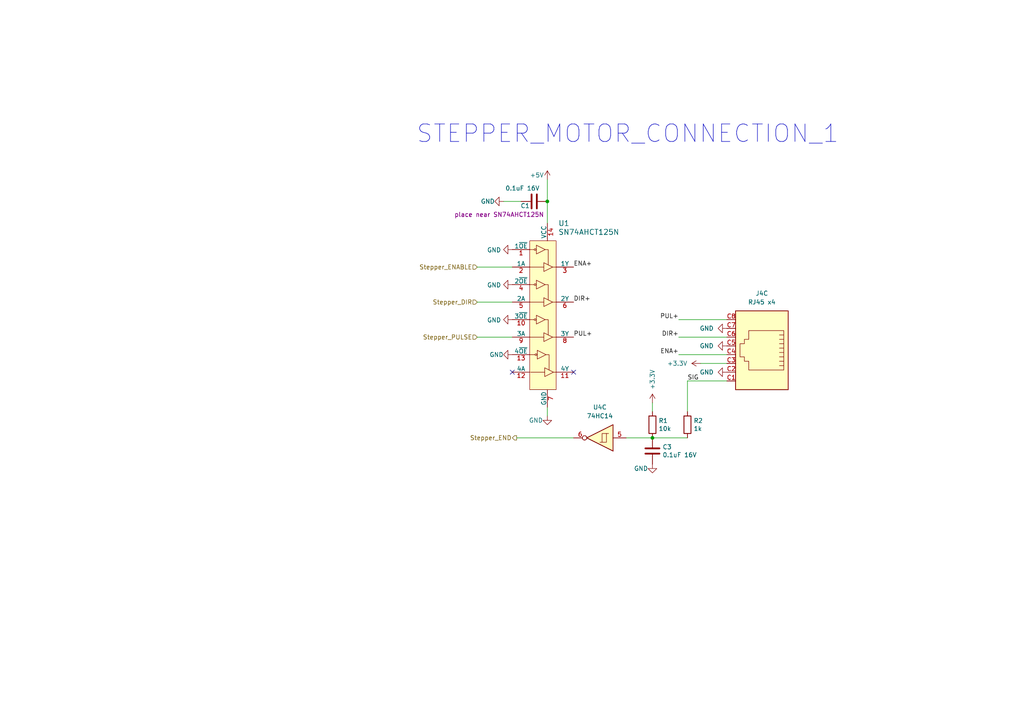
<source format=kicad_sch>
(kicad_sch (version 20230121) (generator eeschema)
  (paper "A4")
  (lib_symbols
    (symbol "74xx:74HC14" (pin_names (offset 1.016))
      (property "Reference" "U" (at 0 1.27 0))
      (property "Value" "74HC14" (at 0 -1.27 0))
      (symbol "74HC14_1_0"
        (polyline (pts (xy -3.81 3.81) (xy -3.81 -3.81) (xy 3.81 0) (xy -3.81 3.81)) (stroke (width 0.254)) (fill (type background)))
        (pin input line (at -7.62 0 0) (length 3.81) (name "~") (number "1"))
        (pin output inverted (at 7.62 0 180) (length 3.81) (name "~") (number "2"))
      )
      (symbol "74HC14_1_1"
        (polyline (pts (xy -1.905 -1.27) (xy -1.905 1.27) (xy -0.635 1.27)))
        (polyline (pts (xy -2.54 -1.27) (xy -0.635 -1.27) (xy -0.635 1.27) (xy 0 1.27)))
      )
      (symbol "74HC14_2_0"
        (polyline (pts (xy -3.81 3.81) (xy -3.81 -3.81) (xy 3.81 0) (xy -3.81 3.81)) (stroke (width 0.254)) (fill (type background)))
        (pin input line (at -7.62 0 0) (length 3.81) (name "~") (number "3"))
        (pin output inverted (at 7.62 0 180) (length 3.81) (name "~") (number "4"))
      )
      (symbol "74HC14_2_1"
        (polyline (pts (xy -1.905 -1.27) (xy -1.905 1.27) (xy -0.635 1.27)))
        (polyline (pts (xy -2.54 -1.27) (xy -0.635 -1.27) (xy -0.635 1.27) (xy 0 1.27)))
      )
      (symbol "74HC14_3_0"
        (polyline (pts (xy -3.81 3.81) (xy -3.81 -3.81) (xy 3.81 0) (xy -3.81 3.81)) (stroke (width 0.254)) (fill (type background)))
        (pin input line (at -7.62 0 0) (length 3.81) (name "~") (number "5"))
        (pin output inverted (at 7.62 0 180) (length 3.81) (name "~") (number "6"))
      )
      (symbol "74HC14_3_1"
        (polyline (pts (xy -1.905 -1.27) (xy -1.905 1.27) (xy -0.635 1.27)))
        (polyline (pts (xy -2.54 -1.27) (xy -0.635 -1.27) (xy -0.635 1.27) (xy 0 1.27)))
      )
      (symbol "74HC14_4_0"
        (polyline (pts (xy -3.81 3.81) (xy -3.81 -3.81) (xy 3.81 0) (xy -3.81 3.81)) (stroke (width 0.254)) (fill (type background)))
        (pin output inverted (at 7.62 0 180) (length 3.81) (name "~") (number "8"))
        (pin input line (at -7.62 0 0) (length 3.81) (name "~") (number "9"))
      )
      (symbol "74HC14_4_1"
        (polyline (pts (xy -1.905 -1.27) (xy -1.905 1.27) (xy -0.635 1.27)))
        (polyline (pts (xy -2.54 -1.27) (xy -0.635 -1.27) (xy -0.635 1.27) (xy 0 1.27)))
      )
      (symbol "74HC14_5_0"
        (polyline (pts (xy -3.81 3.81) (xy -3.81 -3.81) (xy 3.81 0) (xy -3.81 3.81)) (stroke (width 0.254)) (fill (type background)))
        (pin output inverted (at 7.62 0 180) (length 3.81) (name "~") (number "10"))
        (pin input line (at -7.62 0 0) (length 3.81) (name "~") (number "11"))
      )
      (symbol "74HC14_5_1"
        (polyline (pts (xy -1.905 -1.27) (xy -1.905 1.27) (xy -0.635 1.27)))
        (polyline (pts (xy -2.54 -1.27) (xy -0.635 -1.27) (xy -0.635 1.27) (xy 0 1.27)))
      )
      (symbol "74HC14_6_0"
        (polyline (pts (xy -3.81 3.81) (xy -3.81 -3.81) (xy 3.81 0) (xy -3.81 3.81)) (stroke (width 0.254)) (fill (type background)))
        (pin output inverted (at 7.62 0 180) (length 3.81) (name "~") (number "12"))
        (pin input line (at -7.62 0 0) (length 3.81) (name "~") (number "13"))
      )
      (symbol "74HC14_6_1"
        (polyline (pts (xy -1.905 -1.27) (xy -1.905 1.27) (xy -0.635 1.27)))
        (polyline (pts (xy -2.54 -1.27) (xy -0.635 -1.27) (xy -0.635 1.27) (xy 0 1.27)))
      )
      (symbol "74HC14_7_0"
        (pin power_in line (at 0 12.7 270) (length 5.08) (name "VCC") (number "14"))
        (pin power_in line (at 0 -12.7 90) (length 5.08) (name "GND") (number "7"))
      )
      (symbol "74HC14_7_1"
        (rectangle (start -5.08 7.62) (end 5.08 -7.62) (stroke (width 0.254)) (fill (type background)))
      )
    )
    (symbol "Device:C" (pin_numbers hide) (pin_names (offset 0.254))
      (property "Reference" "C" (at 0.635 2.54 0))
      (property "Value" "C" (at 0.635 -2.54 0))
      (symbol "C_0_1"
        (polyline (pts (xy -2.032 -0.762) (xy 2.032 -0.762)) (stroke (width 0.508)))
        (polyline (pts (xy -2.032 0.762) (xy 2.032 0.762)) (stroke (width 0.508)))
      )
      (symbol "C_1_1"
        (pin passive line (at 0 3.81 270) (length 2.794) (name "~") (number "1"))
        (pin passive line (at 0 -3.81 90) (length 2.794) (name "~") (number "2"))
      )
    )
    (symbol "Device:R" (pin_numbers hide) (pin_names (offset 0))
      (property "Reference" "R" (at 2.032 0 90))
      (property "Value" "R" (at 0 0 90))
      (symbol "R_0_1"
        (rectangle (start -1.016 -2.54) (end 1.016 2.54) (stroke (width 0.254)))
      )
      (symbol "R_1_1"
        (pin passive line (at 0 3.81 270) (length 1.27) (name "~") (number "1"))
        (pin passive line (at 0 -3.81 90) (length 1.27) (name "~") (number "2"))
      )
    )
    (symbol "clockdiv:RJ45_x4"
      (property "Reference" "J1" (at -16.51 1.27 0))
      (property "Value" "RJ45 x4" (at -16.51 -1.27 0))
      (symbol "RJ45_x4_0_1"
        (polyline (pts (xy -12.7 3.175) (xy -13.97 3.175)))
        (polyline (pts (xy -12.7 4.445) (xy -13.97 4.445)))
        (polyline (pts (xy -13.97 -4.445) (xy -12.7 -4.445) (xy -12.7 -4.445)))
        (polyline (pts (xy -13.97 -3.175) (xy -12.7 -3.175) (xy -12.7 -3.175)))
        (polyline (pts (xy -13.97 -1.905) (xy -12.7 -1.905) (xy -12.7 -1.905)))
        (polyline (pts (xy -13.97 -0.635) (xy -12.7 -0.635) (xy -12.7 -0.635)))
        (polyline (pts (xy -13.97 0.635) (xy -12.7 0.635) (xy -12.7 0.635)))
        (polyline (pts (xy -12.7 1.905) (xy -13.97 1.905) (xy -13.97 1.905)))
        (polyline (pts (xy -13.97 -5.715) (xy -13.97 5.715) (xy -3.81 5.715) (xy -3.81 3.175) (xy -2.54 3.175) (xy -2.54 1.905) (xy -1.27 1.905) (xy -1.27 -1.905) (xy -2.54 -1.905) (xy -2.54 -3.175) (xy -3.81 -3.175) (xy -3.81 -5.715) (xy -13.97 -5.715) (xy -13.97 -5.715)))
        (rectangle (start 0 11.43) (end -15.24 -11.43) (stroke (width 0.254)) (fill (type background)))
      )
      (symbol "RJ45_x4_1_1"
        (pin passive line (at 2.54 -8.89 180) (length 2.54) (name "~") (number "A1"))
        (pin passive line (at 2.54 -6.35 180) (length 2.54) (name "~") (number "A2"))
        (pin passive line (at 2.54 -3.81 180) (length 2.54) (name "~") (number "A3"))
        (pin passive line (at 2.54 -1.27 180) (length 2.54) (name "~") (number "A4"))
        (pin passive line (at 2.54 1.27 180) (length 2.54) (name "~") (number "A5"))
        (pin passive line (at 2.54 3.81 180) (length 2.54) (name "~") (number "A6"))
        (pin passive line (at 2.54 6.35 180) (length 2.54) (name "~") (number "A7"))
        (pin passive line (at 2.54 8.89 180) (length 2.54) (name "~") (number "A8"))
        (pin input line (at -17.78 -8.89 0) (length 2.54) (name "GND") (number "GND"))
      )
      (symbol "RJ45_x4_2_1"
        (pin passive line (at 2.54 -8.89 180) (length 2.54) (name "~") (number "B1"))
        (pin passive line (at 2.54 -6.35 180) (length 2.54) (name "~") (number "B2"))
        (pin passive line (at 2.54 -3.81 180) (length 2.54) (name "~") (number "B3"))
        (pin passive line (at 2.54 -1.27 180) (length 2.54) (name "~") (number "B4"))
        (pin passive line (at 2.54 1.27 180) (length 2.54) (name "~") (number "B5"))
        (pin passive line (at 2.54 3.81 180) (length 2.54) (name "~") (number "B6"))
        (pin passive line (at 2.54 6.35 180) (length 2.54) (name "~") (number "B7"))
        (pin passive line (at 2.54 8.89 180) (length 2.54) (name "~") (number "B8"))
      )
      (symbol "RJ45_x4_3_1"
        (pin passive line (at 2.54 -8.89 180) (length 2.54) (name "~") (number "C1"))
        (pin passive line (at 2.54 -6.35 180) (length 2.54) (name "~") (number "C2"))
        (pin passive line (at 2.54 -3.81 180) (length 2.54) (name "~") (number "C3"))
        (pin passive line (at 2.54 -1.27 180) (length 2.54) (name "~") (number "C4"))
        (pin passive line (at 2.54 1.27 180) (length 2.54) (name "~") (number "C5"))
        (pin passive line (at 2.54 3.81 180) (length 2.54) (name "~") (number "C6"))
        (pin passive line (at 2.54 6.35 180) (length 2.54) (name "~") (number "C7"))
        (pin passive line (at 2.54 8.89 180) (length 2.54) (name "~") (number "C8"))
      )
      (symbol "RJ45_x4_4_1"
        (pin passive line (at 2.54 -8.89 180) (length 2.54) (name "~") (number "D1"))
        (pin passive line (at 2.54 -6.35 180) (length 2.54) (name "~") (number "D2"))
        (pin passive line (at 2.54 -3.81 180) (length 2.54) (name "~") (number "D3"))
        (pin passive line (at 2.54 -1.27 180) (length 2.54) (name "~") (number "D4"))
        (pin passive line (at 2.54 1.27 180) (length 2.54) (name "~") (number "D5"))
        (pin passive line (at 2.54 3.81 180) (length 2.54) (name "~") (number "D6"))
        (pin passive line (at 2.54 6.35 180) (length 2.54) (name "~") (number "D7"))
        (pin passive line (at 2.54 8.89 180) (length 2.54) (name "~") (number "D8"))
      )
    )
    (symbol "dk_Logic-Buffers-Drivers-Receivers-Transceivers:SN74AHCT125N" (pin_names (offset 0))
      (property "Reference" "U" (at -2.54 13.97 0))
      (property "Value" "SN74AHCT125N" (at 1.905 -31.75 0))
      (symbol "SN74AHCT125N_0_1"
        (rectangle (start -5.08 12.7) (end 2.54 -30.48) (fill (type background)))
        (circle (center -3.556 -10.16) (radius 0.254))
        (circle (center -3.556 0) (radius 0.254))
        (circle (center -3.556 10.16) (radius 0.254))
        (circle (center -3.302 -20.32) (radius 0.254))
        (polyline (pts (xy -3.81 -10.16) (xy -5.207 -10.16)))
        (polyline (pts (xy -3.81 0) (xy -5.207 0)))
        (polyline (pts (xy -3.81 10.16) (xy -5.207 10.16)))
        (polyline (pts (xy -3.556 -20.32) (xy -4.953 -20.32)))
        (polyline (pts (xy -1.016 -15.24) (xy -5.08 -15.24)))
        (polyline (pts (xy -1.016 -5.08) (xy -5.08 -5.08)))
        (polyline (pts (xy -1.016 5.08) (xy -5.08 5.08)))
        (polyline (pts (xy -0.762 -25.4) (xy -4.826 -25.4)))
        (polyline (pts (xy 1.397 -15.24) (xy 2.413 -15.24)))
        (polyline (pts (xy 1.397 -5.08) (xy 2.413 -5.08)))
        (polyline (pts (xy 1.397 5.08) (xy 2.413 5.08)))
        (polyline (pts (xy 1.651 -25.4) (xy 2.667 -25.4)))
        (polyline (pts (xy 0.254 -14.605) (xy 0.254 -10.16) (xy -0.635 -10.16)))
        (polyline (pts (xy 0.254 -4.445) (xy 0.254 0) (xy -0.635 0)))
        (polyline (pts (xy 0.254 5.715) (xy 0.254 10.16) (xy -0.635 10.16)))
        (polyline (pts (xy 0.508 -24.765) (xy 0.508 -20.32) (xy -0.381 -20.32)))
        (polyline (pts (xy -3.175 -8.89) (xy -3.175 -10.16) (xy -3.175 -11.43) (xy -0.635 -10.16) (xy -3.175 -8.89)))
        (polyline (pts (xy -3.175 1.27) (xy -3.175 0) (xy -3.175 -1.27) (xy -0.635 0) (xy -3.175 1.27)))
        (polyline (pts (xy -3.175 11.43) (xy -3.175 10.16) (xy -3.175 8.89) (xy -0.635 10.16) (xy -3.175 11.43)))
        (polyline (pts (xy -2.921 -19.05) (xy -2.921 -20.32) (xy -2.921 -21.59) (xy -0.381 -20.32) (xy -2.921 -19.05)))
        (polyline (pts (xy -1.016 -13.97) (xy -1.016 -15.24) (xy -1.016 -16.51) (xy 1.524 -15.24) (xy -1.016 -13.97)))
        (polyline (pts (xy -1.016 -3.81) (xy -1.016 -5.08) (xy -1.016 -6.35) (xy 1.524 -5.08) (xy -1.016 -3.81)))
        (polyline (pts (xy -1.016 6.35) (xy -1.016 5.08) (xy -1.016 3.81) (xy 1.524 5.08) (xy -1.016 6.35)))
        (polyline (pts (xy -0.762 -24.13) (xy -0.762 -25.4) (xy -0.762 -26.67) (xy 1.778 -25.4) (xy -0.762 -24.13)))
      )
      (symbol "SN74AHCT125N_1_1"
        (pin input line (at -10.16 10.16 0) (length 5.08) (name "1~{OE}") (number "1"))
        (pin input line (at -10.16 -10.16 0) (length 5.08) (name "3~{OE}") (number "10"))
        (pin output line (at 7.62 -25.4 180) (length 5.08) (name "4Y") (number "11"))
        (pin input line (at -10.16 -25.4 0) (length 5.08) (name "4A") (number "12"))
        (pin input line (at -10.16 -20.32 0) (length 5.08) (name "4~{OE}") (number "13"))
        (pin power_in line (at 0 17.78 270) (length 5.08) (name "VCC") (number "14"))
        (pin input line (at -10.16 5.08 0) (length 5.08) (name "1A") (number "2"))
        (pin output line (at 7.62 5.08 180) (length 5.08) (name "1Y") (number "3"))
        (pin input line (at -10.16 0 0) (length 5.08) (name "2~{OE}") (number "4"))
        (pin input line (at -10.16 -5.08 0) (length 5.08) (name "2A") (number "5"))
        (pin output line (at 7.62 -5.08 180) (length 5.08) (name "2Y") (number "6"))
        (pin power_in line (at 0 -35.56 90) (length 5.08) (name "GND") (number "7"))
        (pin output line (at 7.62 -15.24 180) (length 5.08) (name "3Y") (number "8"))
        (pin input line (at -10.16 -15.24 0) (length 5.08) (name "3A") (number "9"))
      )
    )
    (symbol "power:+3.3V" (power) (pin_names (offset 0))
      (property "Value" "+3.3V" (at 0 3.556 0))
      (symbol "+3.3V_0_1"
        (polyline (pts (xy -0.762 1.27) (xy 0 2.54)))
        (polyline (pts (xy 0 0) (xy 0 2.54)))
        (polyline (pts (xy 0 2.54) (xy 0.762 1.27)))
      )
      (symbol "+3.3V_1_1"
        (pin power_in line (at 0 0 90) (length 0) hide (name "+3.3V") (number "1"))
      )
    )
    (symbol "power:+5V" (power) (pin_names (offset 0))
      (property "Value" "+5V" (at 0 3.556 0))
      (symbol "+5V_0_1"
        (polyline (pts (xy -0.762 1.27) (xy 0 2.54)))
        (polyline (pts (xy 0 0) (xy 0 2.54)))
        (polyline (pts (xy 0 2.54) (xy 0.762 1.27)))
      )
      (symbol "+5V_1_1"
        (pin power_in line (at 0 0 90) (length 0) hide (name "+5V") (number "1"))
      )
    )
    (symbol "power:GND" (power) (pin_names (offset 0))
      (property "Value" "GND" (at 0 -3.81 0))
      (symbol "GND_0_1"
        (polyline (pts (xy 0 0) (xy 0 -1.27) (xy 1.27 -1.27) (xy 0 -2.54) (xy -1.27 -1.27) (xy 0 -1.27)))
      )
      (symbol "GND_1_1"
        (pin power_in line (at 0 0 270) (length 0) hide (name "GND") (number "1"))
      )
    )
  )
  (junction (at 158.75 58.42))
  (junction (at 189.23 127))
  (no_connect (at 166.37 107.95))
  (no_connect (at 148.59 107.95))
  (wire (pts (xy 146.05 58.42) (xy 151.13 58.42)))
  (wire (pts (xy 158.75 52.07) (xy 158.75 58.42)))
  (wire (pts (xy 196.85 97.79) (xy 210.82 97.79)))
  (wire (pts (xy 138.43 87.63) (xy 148.59 87.63)))
  (wire (pts (xy 196.85 92.71) (xy 210.82 92.71)))
  (wire (pts (xy 166.37 127) (xy 149.86 127)))
  (wire (pts (xy 210.82 110.49) (xy 199.39 110.49)))
  (wire (pts (xy 181.61 127) (xy 189.23 127)))
  (wire (pts (xy 158.75 118.11) (xy 158.75 120.65)))
  (wire (pts (xy 158.75 58.42) (xy 158.75 64.77)))
  (wire (pts (xy 189.23 127) (xy 199.39 127)))
  (wire (pts (xy 196.85 102.87) (xy 210.82 102.87)))
  (wire (pts (xy 189.23 116.84) (xy 189.23 119.38)))
  (wire (pts (xy 138.43 77.47) (xy 148.59 77.47)))
  (wire (pts (xy 199.39 110.49) (xy 199.39 119.38)))
  (wire (pts (xy 203.2 105.41) (xy 210.82 105.41)))
  (wire (pts (xy 138.43 97.79) (xy 148.59 97.79)))
  (text "STEPPER_MOTOR_CONNECTION_1" (at 120.65 41.91 0) (effects (font (size 5.08 5.08)) (justify left bottom)))
  (label "DIR+" (at 196.85 97.79 180))
  (label "ENA+" (at 196.85 102.87 180))
  (label "DIR+" (at 166.37 87.63 0))
  (label "SIG" (at 199.39 110.49 0))
  (label "PUL+" (at 166.37 97.79 0))
  (label "ENA+" (at 166.37 77.47 0))
  (label "PUL+" (at 196.85 92.71 180))
  (hierarchical_label "Stepper_ENABLE" (shape input) (at 138.43 77.47 180))
  (hierarchical_label "Stepper_PULSE" (shape input) (at 138.43 97.79 180))
  (hierarchical_label "Stepper_DIR" (shape input) (at 138.43 87.63 180))
  (hierarchical_label "Stepper_END" (shape output) (at 149.86 127 180))
  (symbol (lib_id "power:GND") (at 210.82 107.95 270) (mirror x) (unit 1)
    (property "Reference" "#PWR013" (effects hide))
    (property "Value" "GND" (at 207.01 107.95 90) (effects (justify right)))
    (instances (project "mollusc_motion_board" (path "" (reference "#PWR013") (unit 1)) (path "" (reference "#PWR012") (unit 1))) (project "MechanicalTheatre" (path "" (reference "#PWR0153") (unit 1))))
  )
  (symbol (lib_id "power:GND") (at 146.05 58.42 270) (unit 1)
    (property "Reference" "#PWR01" (effects hide))
    (property "Value" "GND" (at 143.51 58.42 90) (effects (justify right)))
    (instances (project "mollusc_motion_board" (path "" (reference "#PWR01") (unit 1)) (path "" (reference "#PWR01") (unit 1))) (project "MechanicalTheatre" (path "" (reference "#PWR049") (unit 1))))
  )
  (symbol (lib_id "power:+3.3V") (at 189.23 116.84 0) (mirror y) (unit 1)
    (property "Reference" "#PWR040" (effects hide))
    (property "Value" "+3.3V" (at 189.23 113.03 90) (effects (justify left)))
    (instances (project "mollusc_motion_board" (path "" (reference "#PWR040") (unit 1)) (path "" (reference "#PWR010") (unit 1))))
  )
  (symbol (lib_id "Device:R") (at 189.23 123.19 180) (unit 1)
    (property "Reference" "R1" (at 191.008 122.0216 0) (effects (justify right)))
    (property "Value" "10k" (at 191.008 124.333 0) (effects (justify right)))
    (property "Footprint" "HangOn_Mainboard:R0603" (effects hide))
    (property "JLCPCB Part #" "C25804" (effects hide))
    (instances (project "mollusc_motion_board" (path "" (reference "R1") (unit 1)) (path "" (reference "R2") (unit 1))) (project "MechanicalTheatre" (path "" (reference "R16") (unit 1))))
  )
  (symbol (lib_id "power:+3.3V") (at 203.2 105.41 90) (unit 1)
    (property "Reference" "#PWR040" (effects hide))
    (property "Value" "+3.3V" (at 199.39 105.41 90) (effects (justify left)))
    (instances (project "mollusc_motion_board" (path "" (reference "#PWR040") (unit 1)) (path "" (reference "#PWR08") (unit 1))))
  )
  (symbol (lib_id "power:+5V") (at 158.75 52.07 0) (unit 1)
    (property "Reference" "#PWR05" (effects hide))
    (property "Value" "+5V" (at 153.67 50.8 0) (effects (justify left)))
    (instances (project "mollusc_motion_board" (path "" (reference "#PWR05") (unit 1)) (path "" (reference "#PWR05") (unit 1))) (project "MechanicalTheatre" (path "" (reference "#PWR?") (unit 1)) (path "" (reference "#PWR052") (unit 1))))
  )
  (symbol (lib_id "clockdiv:RJ45_x4") (at 213.36 101.6 0) (mirror y) (unit 3)
    (property "Reference" "J4" (at 220.98 85.09 0))
    (property "Value" "RJ45 x4" (at 220.98 87.63 0))
    (property "Footprint" "clockdiv:RJ45_x4" (effects hide))
    (property "Datasheet" "https://abracon.com/Magnetics/lan/ARJ14A.pdf" (effects hide))
  )
  (symbol (lib_id "dk_Logic-Buffers-Drivers-Receivers-Transceivers:SN74AHCT125N") (at 158.75 82.55 0) (unit 1)
    (property "Reference" "U1" (at 161.8997 64.77 0) (effects (font (size 1.524 1.524)) (justify left)))
    (property "Value" "SN74AHCT125N" (at 161.8997 67.31 0) (effects (font (size 1.524 1.524)) (justify left)))
    (property "Footprint" "HangOn_Mainboard:SOIC-14_L8.7-W3.9-P1.27-LS6.0-BL" (effects hide))
    (property "Datasheet" "http://www.ti.com/general/docs/suppproductinfo.tsp?distId=10&gotoUrl=http%3A%2F%2Fwww.ti.com%2Flit%2Fgpn%2Fsn74ahct125" (effects hide))
    (property "Digi-Key_PN" "296-4655-5-ND" (effects hide))
    (property "MPN" "SN74AHCT125N" (effects hide))
    (property "Category" "Integrated Circuits (ICs)" (effects hide))
    (property "Family" "Logic - Buffers, Drivers, Receivers, Transceivers" (effects hide))
    (property "DK_Datasheet_Link" "http://www.ti.com/general/docs/suppproductinfo.tsp?distId=10&gotoUrl=http%3A%2F%2Fwww.ti.com%2Flit%2Fgpn%2Fsn74ahct125" (effects hide))
    (property "DK_Detail_Page" "/product-detail/en/texas-instruments/SN74AHCT125N/296-4655-5-ND/375798" (effects hide))
    (property "Description" "IC BUF NON-INVERT 5.5V 14DIP" (effects hide))
    (property "Manufacturer" "Texas Instruments" (effects hide))
    (property "Status" "Active" (effects hide))
    (property "JLCPCB Part #" "C155176" (effects hide))
  )
  (symbol (lib_id "power:GND") (at 158.75 120.65 0) (unit 1)
    (property "Reference" "#PWR06" (effects hide))
    (property "Value" "GND" (at 157.48 121.92 0) (effects (justify right)))
    (instances (project "mollusc_motion_board" (path "" (reference "#PWR06") (unit 1)) (path "" (reference "#PWR06") (unit 1))) (project "MechanicalTheatre" (path "" (reference "#PWR062") (unit 1))))
  )
  (symbol (lib_id "74xx:74HC14") (at 173.99 127 180) (unit 3)
    (property "Reference" "U4" (at 173.99 118.11 0))
    (property "Value" "74HC14" (at 173.99 120.65 0))
    (property "Footprint" "HangOn_Mainboard:SOIC-14_L8.7-W3.9-P1.27-LS6.0-BL" (effects hide))
    (property "Datasheet" "http://www.ti.com/lit/gpn/sn74HC14" (effects hide))
    (property "JLCPCB Part #" "C6820" (effects hide))
  )
  (symbol (lib_id "power:GND") (at 210.82 100.33 270) (mirror x) (unit 1)
    (property "Reference" "#PWR013" (effects hide))
    (property "Value" "GND" (at 207.01 100.33 90) (effects (justify right)))
    (instances (project "mollusc_motion_board" (path "" (reference "#PWR013") (unit 1)) (path "" (reference "#PWR048") (unit 1))) (project "MechanicalTheatre" (path "" (reference "#PWR0153") (unit 1))))
  )
  (symbol (lib_id "power:GND") (at 148.59 102.87 270) (unit 1)
    (property "Reference" "#PWR04" (effects hide))
    (property "Value" "GND" (at 146.05 102.87 90) (effects (justify right)))
    (instances (project "mollusc_motion_board" (path "" (reference "#PWR04") (unit 1)) (path "" (reference "#PWR041") (unit 1))) (project "MechanicalTheatre" (path "" (reference "#PWR060") (unit 1))))
  )
  (symbol (lib_id "Device:R") (at 199.39 123.19 0) (unit 1)
    (property "Reference" "R2" (at 201.168 122.0216 0) (effects (justify left)))
    (property "Value" "1k" (at 201.168 124.333 0) (effects (justify left)))
    (property "Footprint" "HangOn_Mainboard:R0603" (effects hide))
    (property "JLCPCB Part #" "C21190" (effects hide))
    (instances (project "mollusc_motion_board" (path "" (reference "R2") (unit 1)) (path "" (reference "R3") (unit 1))) (project "MechanicalTheatre" (path "" (reference "R17") (unit 1))))
  )
  (symbol (lib_id "power:GND") (at 148.59 72.39 270) (unit 1)
    (property "Reference" "#PWR02" (effects hide))
    (property "Value" "GND" (at 145.3388 72.517 90) (effects (justify right)))
    (instances (project "mollusc_motion_board" (path "" (reference "#PWR02") (unit 1)) (path "" (reference "#PWR02") (unit 1))) (project "MechanicalTheatre" (path "" (reference "#PWR058") (unit 1))))
  )
  (symbol (lib_id "power:GND") (at 148.59 82.55 270) (unit 1)
    (property "Reference" "#PWR03" (effects hide))
    (property "Value" "GND" (at 145.3388 82.677 90) (effects (justify right)))
    (instances (project "mollusc_motion_board" (path "" (reference "#PWR03") (unit 1)) (path "" (reference "#PWR014") (unit 1))) (project "MechanicalTheatre" (path "" (reference "#PWR059") (unit 1))))
  )
  (symbol (lib_id "power:GND") (at 210.82 95.25 270) (mirror x) (unit 1)
    (property "Reference" "#PWR013" (effects hide))
    (property "Value" "GND" (at 207.01 95.25 90) (effects (justify right)))
    (instances (project "mollusc_motion_board" (path "" (reference "#PWR013") (unit 1)) (path "" (reference "#PWR049") (unit 1))) (project "MechanicalTheatre" (path "" (reference "#PWR0153") (unit 1))))
  )
  (symbol (lib_id "Device:C") (at 189.23 130.81 0) (unit 1)
    (property "Reference" "C3" (at 192.151 129.6416 0) (effects (justify left)))
    (property "Value" "0.1uF 16V" (at 192.151 131.953 0) (effects (justify left)))
    (property "Footprint" "HangOn_Mainboard:R0603" (effects hide))
    (property "JLCPCB Part #" "C14663" (effects hide))
    (instances (project "mollusc_motion_board" (path "" (reference "C3") (unit 1)) (path "" (reference "C4") (unit 1))) (project "MechanicalTheatre" (path "" (reference "C6") (unit 1))))
  )
  (symbol (lib_id "power:GND") (at 148.59 92.71 270) (unit 1)
    (property "Reference" "#PWR03" (effects hide))
    (property "Value" "GND" (at 145.3388 92.837 90) (effects (justify right)))
    (instances (project "mollusc_motion_board" (path "" (reference "#PWR03") (unit 1)) (path "" (reference "#PWR03") (unit 1))) (project "MechanicalTheatre" (path "" (reference "#PWR059") (unit 1))))
  )
  (symbol (lib_id "Device:C") (at 154.94 58.42 90) (unit 1)
    (property "Reference" "C1" (at 153.67 59.69 90) (effects (justify left)))
    (property "Value" "0.1uF 16V " (at 157.48 54.61 90) (effects (justify left)))
    (property "Footprint" "HangOn_Mainboard:R0603" (effects hide))
    (property "Comment" "place near SN74AHCT125N" (at 144.78 62.23 90))
    (property "JLCPCB Part #" "C14663" (effects hide))
    (instances (project "mollusc_motion_board" (path "" (reference "C1") (unit 1)) (path "" (reference "C2") (unit 1))) (project "MechanicalTheatre" (path "" (reference "C?") (unit 1)) (path "" (reference "C25") (unit 1))))
  )
  (symbol (lib_id "power:GND") (at 189.23 134.62 0) (unit 1)
    (property "Reference" "#PWR07" (effects hide))
    (property "Value" "GND" (at 187.96 135.89 0) (effects (justify right)))
    (instances (project "mollusc_motion_board" (path "" (reference "#PWR07") (unit 1)) (path "" (reference "#PWR07") (unit 1))) (project "MechanicalTheatre" (path "" (reference "#PWR063") (unit 1))))
  )
)
</source>
